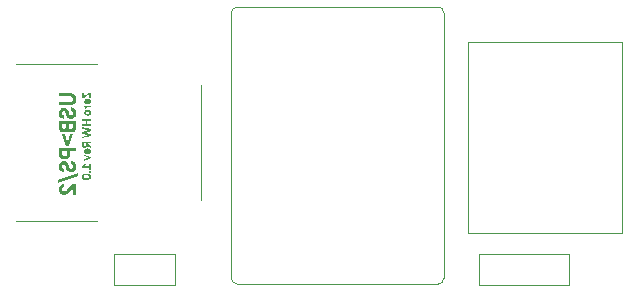
<source format=gbr>
G04 #@! TF.GenerationSoftware,KiCad,Pcbnew,8.0.4*
G04 #@! TF.CreationDate,2024-12-08T01:13:34+02:00*
G04 #@! TF.ProjectId,usb2ps2,75736232-7073-4322-9e6b-696361645f70,1.2*
G04 #@! TF.SameCoordinates,Original*
G04 #@! TF.FileFunction,Legend,Bot*
G04 #@! TF.FilePolarity,Positive*
%FSLAX46Y46*%
G04 Gerber Fmt 4.6, Leading zero omitted, Abs format (unit mm)*
G04 Created by KiCad (PCBNEW 8.0.4) date 2024-12-08 01:13:34*
%MOMM*%
%LPD*%
G01*
G04 APERTURE LIST*
%ADD10C,0.100000*%
%ADD11C,0.300000*%
%ADD12C,0.120000*%
G04 APERTURE END LIST*
D10*
G36*
X104256442Y-85672623D02*
G01*
X104256442Y-85982909D01*
X104394000Y-85982909D01*
X104394000Y-85509274D01*
X104224006Y-85509274D01*
X103788082Y-85817215D01*
X103781243Y-85817215D01*
X103781243Y-85520411D01*
X103643685Y-85520411D01*
X103643685Y-85979588D01*
X103813678Y-85979588D01*
X104249603Y-85672623D01*
X104256442Y-85672623D01*
G37*
G36*
X104133360Y-86041788D02*
G01*
X104172776Y-86044045D01*
X104216334Y-86051010D01*
X104255812Y-86062620D01*
X104296713Y-86082033D01*
X104332060Y-86107766D01*
X104353506Y-86129474D01*
X104377425Y-86163454D01*
X104394218Y-86201623D01*
X104403888Y-86243981D01*
X104406505Y-86283621D01*
X104403366Y-86326693D01*
X104393951Y-86366420D01*
X104378258Y-86402800D01*
X104356288Y-86435833D01*
X104328799Y-86464263D01*
X104296742Y-86486831D01*
X104260118Y-86503538D01*
X104218926Y-86514382D01*
X104218926Y-86368618D01*
X104240810Y-86355758D01*
X104263036Y-86322933D01*
X104268947Y-86283621D01*
X104262722Y-86245579D01*
X104240615Y-86211912D01*
X104221510Y-86198444D01*
X104182726Y-86184994D01*
X104143895Y-86179476D01*
X104143895Y-86517704D01*
X104136641Y-86518644D01*
X104097000Y-86519853D01*
X104082913Y-86519602D01*
X104042632Y-86515841D01*
X104001355Y-86506369D01*
X103963741Y-86491325D01*
X103930395Y-86471072D01*
X103899620Y-86443196D01*
X103875032Y-86409455D01*
X103873109Y-86406118D01*
X103855981Y-86367314D01*
X103846822Y-86328712D01*
X103843769Y-86286943D01*
X103965695Y-86286943D01*
X103965988Y-86297028D01*
X103974561Y-86335704D01*
X104001159Y-86368072D01*
X104040727Y-86383272D01*
X104040727Y-86183970D01*
X104013332Y-86193670D01*
X103982695Y-86219727D01*
X103970493Y-86247342D01*
X103965695Y-86286943D01*
X103843769Y-86286943D01*
X103844932Y-86259130D01*
X103852566Y-86214130D01*
X103867324Y-86173805D01*
X103889207Y-86138155D01*
X103918214Y-86107180D01*
X103927747Y-86099254D01*
X103964680Y-86075538D01*
X104000758Y-86060197D01*
X104040916Y-86049458D01*
X104085155Y-86043321D01*
X104125137Y-86041723D01*
X104133360Y-86041788D01*
G37*
G36*
X103856274Y-86886022D02*
G01*
X103861941Y-86924124D01*
X103995981Y-86924124D01*
X103993832Y-86884849D01*
X103996718Y-86844476D01*
X104008739Y-86805313D01*
X104018256Y-86790865D01*
X104052313Y-86768148D01*
X104092534Y-86761780D01*
X104095828Y-86761751D01*
X104394000Y-86761751D01*
X104394000Y-86617159D01*
X103856274Y-86617159D01*
X103856274Y-86752763D01*
X103922318Y-86752763D01*
X103922318Y-86759406D01*
X103890171Y-86783502D01*
X103871515Y-86810990D01*
X103859623Y-86848321D01*
X103856274Y-86886022D01*
G37*
G36*
X104156388Y-86961525D02*
G01*
X104195662Y-86966227D01*
X104236576Y-86976012D01*
X104274027Y-86990558D01*
X104281852Y-86994446D01*
X104317588Y-87016954D01*
X104347676Y-87044577D01*
X104372115Y-87077313D01*
X104380175Y-87091784D01*
X104395624Y-87130634D01*
X104403784Y-87168862D01*
X104406505Y-87210181D01*
X104406202Y-87224296D01*
X104401669Y-87264559D01*
X104390250Y-87305633D01*
X104372115Y-87342854D01*
X104367679Y-87349833D01*
X104342110Y-87381615D01*
X104310893Y-87408207D01*
X104274027Y-87429609D01*
X104249444Y-87439901D01*
X104209685Y-87451347D01*
X104166463Y-87458002D01*
X104125137Y-87459895D01*
X104093886Y-87458830D01*
X104054612Y-87454098D01*
X104013698Y-87444249D01*
X103976247Y-87429609D01*
X103968422Y-87425744D01*
X103932713Y-87403304D01*
X103902691Y-87375674D01*
X103878354Y-87342854D01*
X103872173Y-87332092D01*
X103855962Y-87293716D01*
X103846505Y-87251485D01*
X103843769Y-87210181D01*
X103981327Y-87210181D01*
X103986383Y-87245242D01*
X104008853Y-87280706D01*
X104043261Y-87301158D01*
X104083707Y-87310830D01*
X104125137Y-87313349D01*
X104158842Y-87311737D01*
X104200974Y-87303274D01*
X104237348Y-87284232D01*
X104262066Y-87250380D01*
X104268947Y-87210181D01*
X104263891Y-87175186D01*
X104241421Y-87139789D01*
X104207013Y-87119376D01*
X104166567Y-87109722D01*
X104125137Y-87107208D01*
X104091431Y-87108817D01*
X104049300Y-87117264D01*
X104012926Y-87136270D01*
X103988208Y-87170058D01*
X103981327Y-87210181D01*
X103843769Y-87210181D01*
X103844073Y-87196064D01*
X103848633Y-87155776D01*
X103860116Y-87114636D01*
X103878354Y-87077313D01*
X103882766Y-87070356D01*
X103908240Y-87038643D01*
X103939400Y-87012044D01*
X103976247Y-86990558D01*
X104000830Y-86980332D01*
X104040589Y-86968959D01*
X104083811Y-86962348D01*
X104125137Y-86960467D01*
X104156388Y-86961525D01*
G37*
G36*
X103643685Y-88188520D02*
G01*
X103643685Y-88339755D01*
X104394000Y-88339755D01*
X104394000Y-88188520D01*
X104082932Y-88188520D01*
X104082932Y-87920830D01*
X104394000Y-87920830D01*
X104394000Y-87769595D01*
X103643685Y-87769595D01*
X103643685Y-87920830D01*
X103945374Y-87920830D01*
X103945374Y-88188520D01*
X103643685Y-88188520D01*
G37*
G36*
X103643685Y-89241304D02*
G01*
X103643685Y-89397034D01*
X104394000Y-89198709D01*
X104394000Y-89035163D01*
X103885584Y-88910893D01*
X103885584Y-88904249D01*
X104394000Y-88779979D01*
X104394000Y-88617411D01*
X103643685Y-88418108D01*
X103643685Y-88573838D01*
X104159917Y-88695959D01*
X104159917Y-88702602D01*
X103643685Y-88823551D01*
X103643685Y-88992763D01*
X104159917Y-89113712D01*
X104159917Y-89120355D01*
X103643685Y-89241304D01*
G37*
G36*
X104394000Y-89813028D02*
G01*
X104118689Y-89813028D01*
X104118689Y-89885910D01*
X104394000Y-90026985D01*
X104394000Y-90195024D01*
X104103057Y-90036950D01*
X104098366Y-90049735D01*
X104080746Y-90084999D01*
X104054932Y-90118742D01*
X104022555Y-90146762D01*
X104000145Y-90160441D01*
X103963001Y-90175653D01*
X103921622Y-90184497D01*
X103881285Y-90187013D01*
X103854284Y-90185944D01*
X103810617Y-90178932D01*
X103771513Y-90165374D01*
X103736972Y-90145272D01*
X103706993Y-90118625D01*
X103688755Y-90096246D01*
X103668415Y-90061325D01*
X103654134Y-90022216D01*
X103645911Y-89978918D01*
X103643685Y-89938471D01*
X103643685Y-89931828D01*
X103781243Y-89931828D01*
X103787082Y-89969827D01*
X103807817Y-90003342D01*
X103841897Y-90024382D01*
X103881676Y-90030307D01*
X103921466Y-90024382D01*
X103955144Y-90003342D01*
X103974635Y-89972079D01*
X103981131Y-89931828D01*
X103981131Y-89813028D01*
X103781243Y-89813028D01*
X103781243Y-89931828D01*
X103643685Y-89931828D01*
X103643685Y-89661793D01*
X104394000Y-89661793D01*
X104394000Y-89813028D01*
G37*
G36*
X104133360Y-90245109D02*
G01*
X104172776Y-90247367D01*
X104216334Y-90254332D01*
X104255812Y-90265941D01*
X104296713Y-90285354D01*
X104332060Y-90311088D01*
X104353506Y-90332795D01*
X104377425Y-90366775D01*
X104394218Y-90404945D01*
X104403888Y-90447302D01*
X104406505Y-90486943D01*
X104403366Y-90530015D01*
X104393951Y-90569741D01*
X104378258Y-90606121D01*
X104356288Y-90639155D01*
X104328799Y-90667585D01*
X104296742Y-90690153D01*
X104260118Y-90706859D01*
X104218926Y-90717704D01*
X104218926Y-90571939D01*
X104240810Y-90559080D01*
X104263036Y-90526254D01*
X104268947Y-90486943D01*
X104262722Y-90448901D01*
X104240615Y-90415233D01*
X104221510Y-90401766D01*
X104182726Y-90388316D01*
X104143895Y-90382798D01*
X104143895Y-90721025D01*
X104136641Y-90721966D01*
X104097000Y-90723175D01*
X104082913Y-90722924D01*
X104042632Y-90719163D01*
X104001355Y-90709691D01*
X103963741Y-90694647D01*
X103930395Y-90674394D01*
X103899620Y-90646518D01*
X103875032Y-90612777D01*
X103873109Y-90609439D01*
X103855981Y-90570636D01*
X103846822Y-90532034D01*
X103843769Y-90490265D01*
X103965695Y-90490265D01*
X103965988Y-90500350D01*
X103974561Y-90539026D01*
X104001159Y-90571394D01*
X104040727Y-90586594D01*
X104040727Y-90387292D01*
X104013332Y-90396991D01*
X103982695Y-90423049D01*
X103970493Y-90450664D01*
X103965695Y-90490265D01*
X103843769Y-90490265D01*
X103844932Y-90462452D01*
X103852566Y-90417452D01*
X103867324Y-90377127D01*
X103889207Y-90341477D01*
X103918214Y-90310502D01*
X103927747Y-90302575D01*
X103964680Y-90278860D01*
X104000758Y-90263519D01*
X104040916Y-90252780D01*
X104085155Y-90246643D01*
X104125137Y-90245045D01*
X104133360Y-90245109D01*
G37*
G36*
X103856274Y-91111814D02*
G01*
X103856274Y-91266371D01*
X104394000Y-91088367D01*
X104394000Y-90934982D01*
X103856274Y-90756782D01*
X103856274Y-90911339D01*
X104193916Y-91007669D01*
X104193916Y-91014508D01*
X103856274Y-91111814D01*
G37*
G36*
X104256442Y-91875415D02*
G01*
X104256442Y-92034466D01*
X104394000Y-92034466D01*
X104394000Y-91548325D01*
X104256442Y-91548325D01*
X104256442Y-91730823D01*
X103842011Y-91730823D01*
X103842011Y-91724180D01*
X103989729Y-91548325D01*
X103815046Y-91548325D01*
X103643685Y-91745478D01*
X103643685Y-91875415D01*
X104256442Y-91875415D01*
G37*
G36*
X104394000Y-92117117D02*
G01*
X104222053Y-92117117D01*
X104222053Y-92289651D01*
X104394000Y-92289651D01*
X104394000Y-92117117D01*
G37*
G36*
X104161917Y-92379150D02*
G01*
X104202144Y-92384402D01*
X104243545Y-92395331D01*
X104280866Y-92411577D01*
X104288561Y-92415874D01*
X104323419Y-92440245D01*
X104352248Y-92469424D01*
X104375046Y-92503412D01*
X104380668Y-92514457D01*
X104395414Y-92553108D01*
X104404016Y-92594584D01*
X104406505Y-92634326D01*
X104406228Y-92647863D01*
X104402081Y-92686927D01*
X104391636Y-92727612D01*
X104375046Y-92765436D01*
X104370969Y-92772618D01*
X104346964Y-92805644D01*
X104316930Y-92833862D01*
X104280866Y-92857271D01*
X104252191Y-92870366D01*
X104211697Y-92882477D01*
X104172276Y-92888778D01*
X104129631Y-92890879D01*
X103908054Y-92890879D01*
X103875775Y-92889697D01*
X103835579Y-92884446D01*
X103794241Y-92873517D01*
X103757014Y-92857271D01*
X103749296Y-92852974D01*
X103714369Y-92828603D01*
X103685549Y-92799424D01*
X103662834Y-92765436D01*
X103657177Y-92754389D01*
X103642339Y-92715707D01*
X103633684Y-92674163D01*
X103631180Y-92634326D01*
X103768738Y-92634326D01*
X103769042Y-92643607D01*
X103778499Y-92682374D01*
X103803323Y-92715610D01*
X103828403Y-92731890D01*
X103867971Y-92743468D01*
X103908836Y-92746482D01*
X104128849Y-92746482D01*
X104162128Y-92744553D01*
X104200427Y-92735599D01*
X104234558Y-92715610D01*
X104240704Y-92709650D01*
X104262365Y-92674696D01*
X104268947Y-92634326D01*
X104268645Y-92625046D01*
X104259242Y-92586278D01*
X104234558Y-92553042D01*
X104209374Y-92536865D01*
X104169733Y-92525361D01*
X104128849Y-92522365D01*
X103908836Y-92522365D01*
X103875570Y-92524282D01*
X103837327Y-92533180D01*
X103803323Y-92553042D01*
X103797142Y-92559002D01*
X103775358Y-92593956D01*
X103768738Y-92634326D01*
X103631180Y-92634326D01*
X103631458Y-92620824D01*
X103635632Y-92581844D01*
X103646142Y-92541216D01*
X103662834Y-92503412D01*
X103666889Y-92496230D01*
X103690824Y-92463203D01*
X103720866Y-92434986D01*
X103757014Y-92411577D01*
X103785613Y-92398481D01*
X103826037Y-92386371D01*
X103865421Y-92380069D01*
X103908054Y-92377969D01*
X104129631Y-92377969D01*
X104161917Y-92379150D01*
G37*
D11*
G36*
X103148447Y-86062602D02*
G01*
X103145003Y-85987312D01*
X103131780Y-85904330D01*
X103108639Y-85829386D01*
X103075580Y-85762479D01*
X103024477Y-85694578D01*
X103007397Y-85677187D01*
X102950154Y-85631120D01*
X102884487Y-85594584D01*
X102810397Y-85567578D01*
X102727884Y-85550105D01*
X102652688Y-85542824D01*
X102604762Y-85541632D01*
X101718161Y-85541632D01*
X101718161Y-85825198D01*
X102577285Y-85825198D01*
X102654954Y-85828610D01*
X102728319Y-85840605D01*
X102797836Y-85866993D01*
X102817620Y-85879787D01*
X102864824Y-85936293D01*
X102887038Y-86010027D01*
X102890526Y-86062602D01*
X102883299Y-86135625D01*
X102855547Y-86204456D01*
X102816521Y-86246151D01*
X102748188Y-86280085D01*
X102671645Y-86296400D01*
X102597582Y-86301621D01*
X102577285Y-86301838D01*
X101718161Y-86301838D01*
X101718161Y-86583572D01*
X102604762Y-86583572D01*
X102683468Y-86580263D01*
X102756324Y-86570335D01*
X102836030Y-86549684D01*
X102907312Y-86519502D01*
X102970171Y-86479788D01*
X103007397Y-86448018D01*
X103062357Y-86383243D01*
X103098721Y-86319014D01*
X103125168Y-86246749D01*
X103141697Y-86166447D01*
X103147896Y-86093388D01*
X103148447Y-86062602D01*
G37*
G36*
X103148447Y-87255484D02*
G01*
X103144596Y-87176848D01*
X103130368Y-87093310D01*
X103105657Y-87018607D01*
X103070462Y-86952740D01*
X103038904Y-86911102D01*
X102978179Y-86854774D01*
X102915277Y-86816456D01*
X102843260Y-86788376D01*
X102762126Y-86770534D01*
X102724563Y-86766022D01*
X102724563Y-87047390D01*
X102797172Y-87073859D01*
X102854060Y-87124001D01*
X102884692Y-87195704D01*
X102890526Y-87255484D01*
X102879627Y-87331871D01*
X102846929Y-87388841D01*
X102784954Y-87428302D01*
X102730792Y-87436102D01*
X102657662Y-87420074D01*
X102624912Y-87395069D01*
X102584527Y-87330456D01*
X102562997Y-87267941D01*
X102516102Y-87106374D01*
X102490502Y-87031705D01*
X102452616Y-86960127D01*
X102405108Y-86901707D01*
X102368091Y-86870069D01*
X102299684Y-86829691D01*
X102224980Y-86804267D01*
X102152362Y-86794172D01*
X102127023Y-86793499D01*
X102049815Y-86799331D01*
X101978474Y-86816826D01*
X101906776Y-86849543D01*
X101900610Y-86853217D01*
X101838346Y-86899640D01*
X101786558Y-86956800D01*
X101748569Y-87018080D01*
X101720169Y-87086230D01*
X101702287Y-87159245D01*
X101694924Y-87237126D01*
X101694713Y-87253286D01*
X101698603Y-87328141D01*
X101712974Y-87407429D01*
X101737933Y-87478057D01*
X101779424Y-87548169D01*
X101805355Y-87578984D01*
X101866034Y-87631741D01*
X101937430Y-87672407D01*
X102008691Y-87698073D01*
X102088157Y-87714482D01*
X102112369Y-87717470D01*
X102112369Y-87440132D01*
X102041844Y-87417875D01*
X101992201Y-87380415D01*
X101959164Y-87313858D01*
X101952634Y-87253286D01*
X101966196Y-87178441D01*
X101995498Y-87131287D01*
X102059355Y-87090042D01*
X102107972Y-87083293D01*
X102181122Y-87099545D01*
X102208356Y-87121029D01*
X102248105Y-87186941D01*
X102261479Y-87226175D01*
X102306175Y-87387742D01*
X102331019Y-87462297D01*
X102364153Y-87528426D01*
X102411335Y-87592749D01*
X102455286Y-87635404D01*
X102519145Y-87679148D01*
X102589959Y-87708575D01*
X102667728Y-87723687D01*
X102713939Y-87725896D01*
X102794467Y-87719850D01*
X102867984Y-87701710D01*
X102940752Y-87667790D01*
X102946946Y-87663981D01*
X103008951Y-87616046D01*
X103059960Y-87557374D01*
X103096789Y-87494720D01*
X103124031Y-87425390D01*
X103141182Y-87351123D01*
X103148245Y-87271918D01*
X103148447Y-87255484D01*
G37*
G36*
X103125000Y-88447634D02*
G01*
X103124043Y-88487278D01*
X103116392Y-88560849D01*
X103097797Y-88637044D01*
X103063794Y-88711416D01*
X103016189Y-88772233D01*
X102957548Y-88819516D01*
X102890801Y-88853291D01*
X102815948Y-88873555D01*
X102732990Y-88880310D01*
X102686272Y-88877996D01*
X102612547Y-88863261D01*
X102541748Y-88831950D01*
X102512489Y-88812536D01*
X102458550Y-88760750D01*
X102417550Y-88695662D01*
X102409124Y-88695662D01*
X102389902Y-88725012D01*
X102339861Y-88779765D01*
X102278332Y-88822424D01*
X102240968Y-88840126D01*
X102165532Y-88861465D01*
X102088921Y-88867854D01*
X102030455Y-88864234D01*
X101958670Y-88848149D01*
X101886343Y-88814670D01*
X101822941Y-88764905D01*
X101810253Y-88751643D01*
X101767686Y-88690724D01*
X101738216Y-88617210D01*
X101723175Y-88542555D01*
X101718161Y-88458258D01*
X101718161Y-88420523D01*
X101976081Y-88420523D01*
X101981016Y-88464881D01*
X102017847Y-88531531D01*
X102056079Y-88558810D01*
X102128489Y-88573663D01*
X102176883Y-88567738D01*
X102240596Y-88531531D01*
X102268112Y-88493062D01*
X102283094Y-88420523D01*
X102283094Y-88414295D01*
X102541015Y-88414295D01*
X102548089Y-88474629D01*
X102583879Y-88541057D01*
X102627557Y-88572112D01*
X102701849Y-88586486D01*
X102759392Y-88579170D01*
X102823482Y-88542156D01*
X102856180Y-88488209D01*
X102867079Y-88414295D01*
X102867079Y-88208398D01*
X102541015Y-88208398D01*
X102541015Y-88414295D01*
X102283094Y-88414295D01*
X102283094Y-88208398D01*
X101976081Y-88208398D01*
X101976081Y-88420523D01*
X101718161Y-88420523D01*
X101718161Y-87924832D01*
X103125000Y-87924832D01*
X103125000Y-88447634D01*
G37*
G36*
X102417184Y-89681549D02*
G01*
X102196632Y-89038946D01*
X101940544Y-89038946D01*
X102306175Y-89998454D01*
X102539183Y-89998454D01*
X102906646Y-89038946D01*
X102650558Y-89038946D01*
X102430006Y-89681549D01*
X102417184Y-89681549D01*
G37*
G36*
X103125000Y-90466667D02*
G01*
X102649092Y-90466667D01*
X102649092Y-90705903D01*
X102647175Y-90756656D01*
X102634590Y-90839358D01*
X102610259Y-90914276D01*
X102574183Y-90981410D01*
X102526360Y-91040760D01*
X102485558Y-91077384D01*
X102420590Y-91118229D01*
X102346471Y-91146907D01*
X102263201Y-91163419D01*
X102184542Y-91167889D01*
X102118615Y-91164785D01*
X102045594Y-91152867D01*
X101968803Y-91127664D01*
X101901057Y-91090296D01*
X101842358Y-91040760D01*
X101806579Y-90999161D01*
X101766675Y-90934251D01*
X101738658Y-90861557D01*
X101722527Y-90781079D01*
X101718161Y-90705903D01*
X101718161Y-90685020D01*
X101976081Y-90685020D01*
X101988156Y-90756751D01*
X102031036Y-90821308D01*
X102045376Y-90833673D01*
X102111487Y-90865358D01*
X102184542Y-90874064D01*
X102196514Y-90873858D01*
X102271096Y-90860875D01*
X102336584Y-90821308D01*
X102377525Y-90761041D01*
X102391172Y-90685020D01*
X102391172Y-90466667D01*
X101976081Y-90466667D01*
X101976081Y-90685020D01*
X101718161Y-90685020D01*
X101718161Y-90183101D01*
X103125000Y-90183101D01*
X103125000Y-90466667D01*
G37*
G36*
X103148447Y-91764696D02*
G01*
X103144596Y-91686059D01*
X103130368Y-91602521D01*
X103105657Y-91527819D01*
X103070462Y-91461952D01*
X103038904Y-91420314D01*
X102978179Y-91363985D01*
X102915277Y-91325667D01*
X102843260Y-91297587D01*
X102762126Y-91279746D01*
X102724563Y-91275233D01*
X102724563Y-91556601D01*
X102797172Y-91583071D01*
X102854060Y-91633213D01*
X102884692Y-91704916D01*
X102890526Y-91764696D01*
X102879627Y-91841083D01*
X102846929Y-91898053D01*
X102784954Y-91937514D01*
X102730792Y-91945314D01*
X102657662Y-91929285D01*
X102624912Y-91904281D01*
X102584527Y-91839668D01*
X102562997Y-91777152D01*
X102516102Y-91615586D01*
X102490502Y-91540916D01*
X102452616Y-91469339D01*
X102405108Y-91410918D01*
X102368091Y-91379281D01*
X102299684Y-91338902D01*
X102224980Y-91313478D01*
X102152362Y-91303384D01*
X102127023Y-91302711D01*
X102049815Y-91308542D01*
X101978474Y-91326038D01*
X101906776Y-91358754D01*
X101900610Y-91362428D01*
X101838346Y-91408852D01*
X101786558Y-91466012D01*
X101748569Y-91527292D01*
X101720169Y-91595441D01*
X101702287Y-91668457D01*
X101694924Y-91746338D01*
X101694713Y-91762498D01*
X101698603Y-91837352D01*
X101712974Y-91916640D01*
X101737933Y-91987268D01*
X101779424Y-92057381D01*
X101805355Y-92088196D01*
X101866034Y-92140952D01*
X101937430Y-92181618D01*
X102008691Y-92207284D01*
X102088157Y-92223693D01*
X102112369Y-92226681D01*
X102112369Y-91949344D01*
X102041844Y-91927087D01*
X101992201Y-91889626D01*
X101959164Y-91823069D01*
X101952634Y-91762498D01*
X101966196Y-91687652D01*
X101995498Y-91640498D01*
X102059355Y-91599254D01*
X102107972Y-91592505D01*
X102181122Y-91608756D01*
X102208356Y-91630240D01*
X102248105Y-91696153D01*
X102261479Y-91735387D01*
X102306175Y-91896953D01*
X102331019Y-91971509D01*
X102364153Y-92037637D01*
X102411335Y-92101960D01*
X102455286Y-92144616D01*
X102519145Y-92188359D01*
X102589959Y-92217787D01*
X102667728Y-92232898D01*
X102713939Y-92235108D01*
X102794467Y-92229061D01*
X102867984Y-92210922D01*
X102940752Y-92177001D01*
X102946946Y-92173192D01*
X103008951Y-92125257D01*
X103059960Y-92066586D01*
X103096789Y-92003932D01*
X103124031Y-91934602D01*
X103141182Y-91860334D01*
X103148245Y-91781129D01*
X103148447Y-91764696D01*
G37*
G36*
X103289131Y-92579124D02*
G01*
X103289131Y-92341720D01*
X101600924Y-92891999D01*
X101600924Y-93127205D01*
X103289131Y-92579124D01*
G37*
G36*
X102808461Y-93286573D02*
G01*
X102370289Y-93755153D01*
X102316300Y-93805970D01*
X102257449Y-93848576D01*
X102186344Y-93875801D01*
X102129954Y-93881182D01*
X102055971Y-93866229D01*
X102006123Y-93833921D01*
X101962872Y-93772406D01*
X101952634Y-93713021D01*
X101965356Y-93633239D01*
X102009334Y-93570628D01*
X102075772Y-93537710D01*
X102113468Y-93530205D01*
X102113468Y-93248838D01*
X102035928Y-93259654D01*
X101964874Y-93280884D01*
X101891613Y-93317899D01*
X101826823Y-93368514D01*
X101811950Y-93383293D01*
X101766269Y-93440770D01*
X101731808Y-93506452D01*
X101708567Y-93580338D01*
X101696545Y-93662429D01*
X101694713Y-93713021D01*
X101700223Y-93792820D01*
X101716752Y-93866894D01*
X101744301Y-93935244D01*
X101751133Y-93948227D01*
X101794735Y-94013419D01*
X101848468Y-94067443D01*
X101906106Y-94106863D01*
X101977445Y-94138568D01*
X102055452Y-94157112D01*
X102132152Y-94162550D01*
X102205414Y-94158145D01*
X102280289Y-94142918D01*
X102354719Y-94113606D01*
X102367358Y-94106863D01*
X102434865Y-94062993D01*
X102494055Y-94013419D01*
X102545553Y-93960911D01*
X102556769Y-93948227D01*
X102854623Y-93612271D01*
X102867079Y-93612271D01*
X102867079Y-94155956D01*
X103125000Y-94155956D01*
X103125000Y-93286573D01*
X102808461Y-93286573D01*
G37*
D12*
X106340000Y-101830000D02*
X106340000Y-99169831D01*
X108940000Y-101830000D02*
X106340000Y-101830000D01*
X108940000Y-101830000D02*
X111540000Y-101830000D01*
X111540000Y-101830000D02*
X111540000Y-99170000D01*
X106340000Y-99169831D02*
X111540000Y-99170000D01*
X137250000Y-101830000D02*
X144910000Y-101830000D01*
X137250000Y-101830000D02*
X137250000Y-99170000D01*
X144910000Y-101830000D02*
X144910000Y-99170000D01*
X137250000Y-99170000D02*
X144910000Y-99170000D01*
X98050000Y-96380000D02*
X104900000Y-96380000D01*
X104900000Y-83120000D02*
X98050000Y-83120000D01*
X113700000Y-94650000D02*
X113700000Y-84850000D01*
D10*
X116300000Y-101230000D02*
X116300000Y-78760000D01*
X116800000Y-78260000D02*
X133790000Y-78260000D01*
X133790000Y-101730000D02*
X116800000Y-101730000D01*
X134290000Y-78760000D02*
X134290000Y-101230000D01*
X116300000Y-78760000D02*
G75*
G02*
X116800000Y-78260000I500001J-1D01*
G01*
X116800000Y-101730000D02*
G75*
G02*
X116300000Y-101230000I1J500001D01*
G01*
X133790000Y-78260000D02*
G75*
G02*
X134290000Y-78760000I0J-500000D01*
G01*
X134290000Y-101230000D02*
G75*
G02*
X133790000Y-101730000I-500000J0D01*
G01*
D12*
X136350000Y-81200000D02*
X149350000Y-81200000D01*
X136350000Y-97400000D02*
X136350000Y-81200000D01*
X136350000Y-97400000D02*
X149350000Y-97400000D01*
X149350000Y-97400000D02*
X149350000Y-81200000D01*
M02*

</source>
